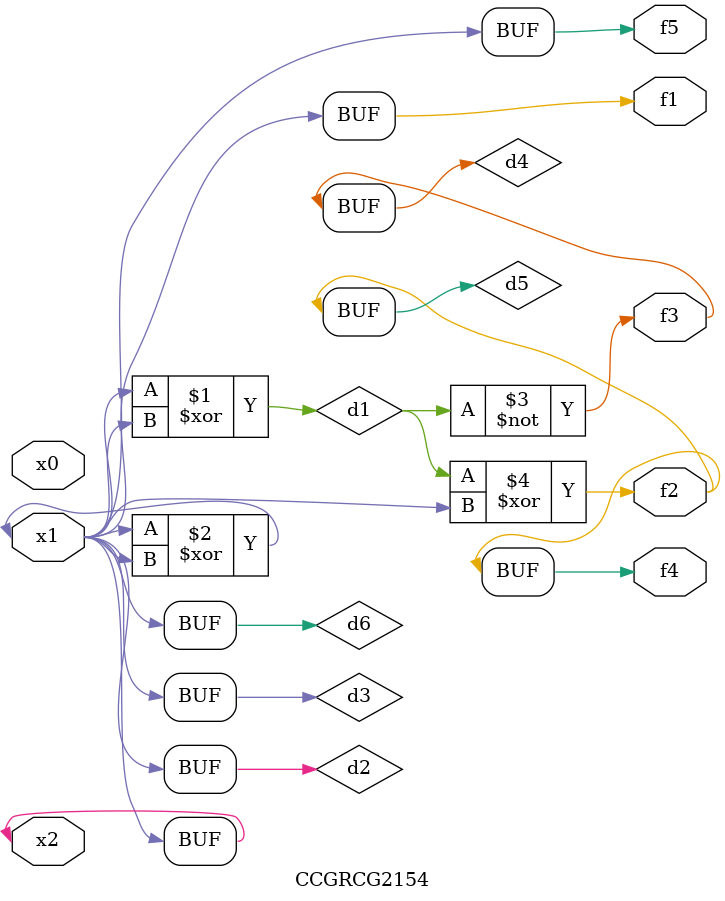
<source format=v>
module CCGRCG2154(
	input x0, x1, x2,
	output f1, f2, f3, f4, f5
);

	wire d1, d2, d3, d4, d5, d6;

	xor (d1, x1, x2);
	buf (d2, x1, x2);
	xor (d3, x1, x2);
	nor (d4, d1);
	xor (d5, d1, d2);
	buf (d6, d2, d3);
	assign f1 = d6;
	assign f2 = d5;
	assign f3 = d4;
	assign f4 = d5;
	assign f5 = d6;
endmodule

</source>
